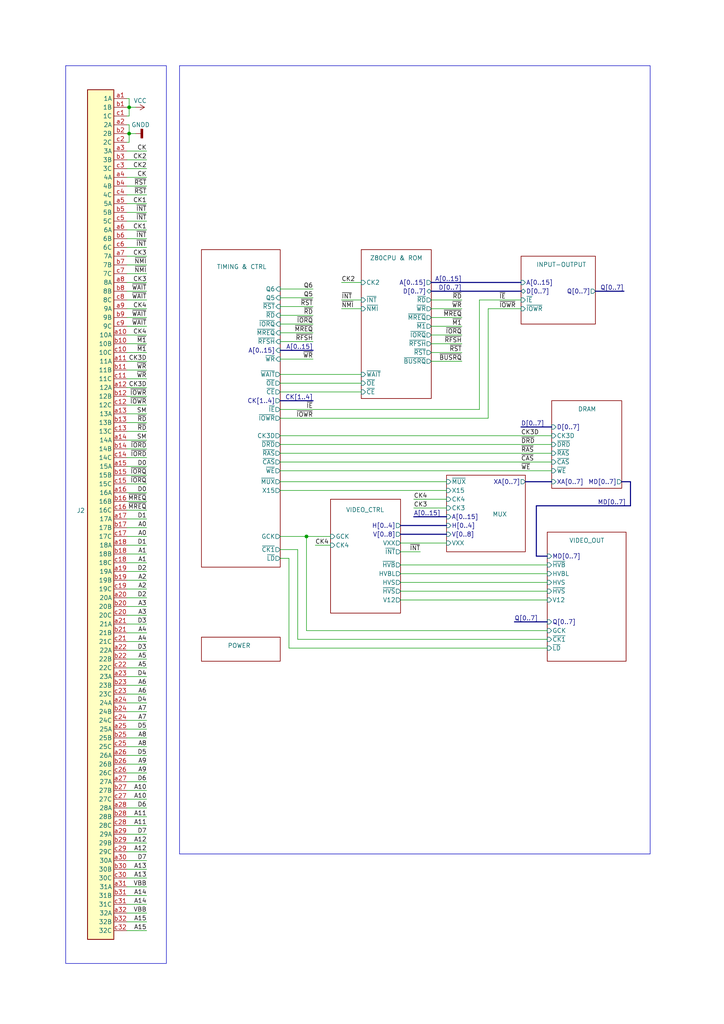
<source format=kicad_sch>
(kicad_sch (version 20231120) (generator "eeschema") (generator_version "8.0")
  (paper "A4" portrait)
  (title_block (title "Turbo Spectrum ( CoBra 2 ) ") (company "© 2022 The Cismas Foundation"))
  (lib_symbols
    (symbol "Cobra_original:C96ABC-conn_edited"
      (property "Reference" "J2" (at 4.572 2.4384 0))
      (symbol "C96ABC-conn_edited_0_1"
        (rectangle (start -3.81 124.46) (end 3.81 -121.92) (stroke (width 0.254)) (fill (type background)))
      )
      (symbol "C96ABC-conn_edited_1_1"
        (pin passive line (at -7.62 121.92 0) (length 3.81) (name "1A") (number "a1"))
        (pin passive line (at -7.62 53.34 0) (length 3.81) (name "10A") (number "a10"))
        (pin passive line (at -7.62 45.72 0) (length 3.81) (name "11A") (number "a11"))
        (pin passive line (at -7.62 38.1 0) (length 3.81) (name "12A") (number "a12"))
        (pin passive line (at -7.62 30.48 0) (length 3.81) (name "13A") (number "a13"))
        (pin passive line (at -7.62 22.86 0) (length 3.81) (name "14A") (number "a14"))
        (pin passive line (at -7.62 15.24 0) (length 3.81) (name "15A") (number "a15"))
        (pin passive line (at -7.62 7.62 0) (length 3.81) (name "16A") (number "a16"))
        (pin passive line (at -7.62 0 0) (length 3.81) (name "17A") (number "a17"))
        (pin passive line (at -7.62 -7.62 0) (length 3.81) (name "18A") (number "a18"))
        (pin passive line (at -7.62 -15.24 0) (length 3.81) (name "19A") (number "a19"))
        (pin passive line (at -7.62 114.3 0) (length 3.81) (name "2A") (number "a2"))
        (pin passive line (at -7.62 -22.86 0) (length 3.81) (name "20A") (number "a20"))
        (pin passive line (at -7.62 -30.48 0) (length 3.81) (name "21A") (number "a21"))
        (pin passive line (at -7.62 -38.1 0) (length 3.81) (name "22A") (number "a22"))
        (pin passive line (at -7.62 -45.72 0) (length 3.81) (name "23A") (number "a23"))
        (pin passive line (at -7.62 -53.34 0) (length 3.81) (name "24A") (number "a24"))
        (pin passive line (at -7.62 -60.96 0) (length 3.81) (name "25A") (number "a25"))
        (pin passive line (at -7.62 -68.58 0) (length 3.81) (name "26A") (number "a26"))
        (pin passive line (at -7.62 -76.2 0) (length 3.81) (name "27A") (number "a27"))
        (pin passive line (at -7.62 -83.82 0) (length 3.81) (name "28A") (number "a28"))
        (pin passive line (at -7.62 -91.44 0) (length 3.81) (name "29A") (number "a29"))
        (pin passive line (at -7.62 106.68 0) (length 3.81) (name "3A") (number "a3"))
        (pin passive line (at -7.62 -99.06 0) (length 3.81) (name "30A") (number "a30"))
        (pin passive line (at -7.62 -106.68 0) (length 3.81) (name "31A") (number "a31"))
        (pin passive line (at -7.62 -114.3 0) (length 3.81) (name "32A") (number "a32"))
        (pin passive line (at -7.62 99.06 0) (length 3.81) (name "4A") (number "a4"))
        (pin passive line (at -7.62 91.44 0) (length 3.81) (name "5A") (number "a5"))
        (pin passive line (at -7.62 83.82 0) (length 3.81) (name "6A") (number "a6"))
        (pin passive line (at -7.62 76.2 0) (length 3.81) (name "7A") (number "a7"))
        (pin passive line (at -7.62 68.58 0) (length 3.81) (name "8A") (number "a8"))
        (pin passive line (at -7.62 60.96 0) (length 3.81) (name "9A") (number "a9"))
        (pin passive line (at -7.62 119.38 0) (length 3.81) (name "1B") (number "b1"))
        (pin passive line (at -7.62 50.8 0) (length 3.81) (name "10B") (number "b10"))
        (pin passive line (at -7.62 43.18 0) (length 3.81) (name "11B") (number "b11"))
        (pin passive line (at -7.62 35.56 0) (length 3.81) (name "12B") (number "b12"))
        (pin passive line (at -7.62 27.94 0) (length 3.81) (name "13B") (number "b13"))
        (pin passive line (at -7.62 20.32 0) (length 3.81) (name "14B") (number "b14"))
        (pin passive line (at -7.62 12.7 0) (length 3.81) (name "15B") (number "b15"))
        (pin passive line (at -7.62 5.08 0) (length 3.81) (name "16B") (number "b16"))
        (pin passive line (at -7.62 -2.54 0) (length 3.81) (name "17B") (number "b17"))
        (pin passive line (at -7.62 -10.16 0) (length 3.81) (name "18B") (number "b18"))
        (pin passive line (at -7.62 -17.78 0) (length 3.81) (name "19B") (number "b19"))
        (pin passive line (at -7.62 111.76 0) (length 3.81) (name "2B") (number "b2"))
        (pin passive line (at -7.62 -25.4 0) (length 3.81) (name "20B") (number "b20"))
        (pin passive line (at -7.62 -33.02 0) (length 3.81) (name "21B") (number "b21"))
        (pin passive line (at -7.62 -40.64 0) (length 3.81) (name "22B") (number "b22"))
        (pin passive line (at -7.62 -48.26 0) (length 3.81) (name "23B") (number "b23"))
        (pin passive line (at -7.62 -55.88 0) (length 3.81) (name "24B") (number "b24"))
        (pin passive line (at -7.62 -63.5 0) (length 3.81) (name "25B") (number "b25"))
        (pin passive line (at -7.62 -71.12 0) (length 3.81) (name "26B") (number "b26"))
        (pin passive line (at -7.62 -78.74 0) (length 3.81) (name "27B") (number "b27"))
        (pin passive line (at -7.62 -86.36 0) (length 3.81) (name "28B") (number "b28"))
        (pin passive line (at -7.62 -93.98 0) (length 3.81) (name "29B") (number "b29"))
        (pin passive line (at -7.62 104.14 0) (length 3.81) (name "3B") (number "b3"))
        (pin passive line (at -7.62 -101.6 0) (length 3.81) (name "30B") (number "b30"))
        (pin passive line (at -7.62 -109.22 0) (length 3.81) (name "31B") (number "b31"))
        (pin passive line (at -7.62 -116.84 0) (length 3.81) (name "32B") (number "b32"))
        (pin passive line (at -7.62 96.52 0) (length 3.81) (name "4B") (number "b4"))
        (pin passive line (at -7.62 88.9 0) (length 3.81) (name "5B") (number "b5"))
        (pin passive line (at -7.62 81.28 0) (length 3.81) (name "6B") (number "b6"))
        (pin passive line (at -7.62 73.66 0) (length 3.81) (name "7B") (number "b7"))
        (pin passive line (at -7.62 66.04 0) (length 3.81) (name "8B") (number "b8"))
        (pin passive line (at -7.62 58.42 0) (length 3.81) (name "9B") (number "b9"))
        (pin passive line (at -7.62 116.84 0) (length 3.81) (name "1C") (number "c1"))
        (pin passive line (at -7.62 48.26 0) (length 3.81) (name "10C") (number "c10"))
        (pin passive line (at -7.62 40.64 0) (length 3.81) (name "11C") (number "c11"))
        (pin passive line (at -7.62 33.02 0) (length 3.81) (name "12C") (number "c12"))
        (pin passive line (at -7.62 25.4 0) (length 3.81) (name "13C") (number "c13"))
        (pin passive line (at -7.62 17.78 0) (length 3.81) (name "14C") (number "c14"))
        (pin passive line (at -7.62 10.16 0) (length 3.81) (name "15C") (number "c15"))
        (pin passive line (at -7.62 2.54 0) (length 3.81) (name "16C") (number "c16"))
        (pin passive line (at -7.62 -5.08 0) (length 3.81) (name "17C") (number "c17"))
        (pin passive line (at -7.62 -12.7 0) (length 3.81) (name "18C") (number "c18"))
        (pin passive line (at -7.62 -20.32 0) (length 3.81) (name "19C") (number "c19"))
        (pin passive line (at -7.62 109.22 0) (length 3.81) (name "2C") (number "c2"))
        (pin passive line (at -7.62 -27.94 0) (length 3.81) (name "20C") (number "c20"))
        (pin passive line (at -7.62 -35.56 0) (length 3.81) (name "21C") (number "c21"))
        (pin passive line (at -7.62 -43.18 0) (length 3.81) (name "22C") (number "c22"))
        (pin passive line (at -7.62 -50.8 0) (length 3.81) (name "23C") (number "c23"))
        (pin passive line (at -7.62 -58.42 0) (length 3.81) (name "24C") (number "c24"))
        (pin passive line (at -7.62 -66.04 0) (length 3.81) (name "25C") (number "c25"))
        (pin passive line (at -7.62 -73.66 0) (length 3.81) (name "26C") (number "c26"))
        (pin passive line (at -7.62 -81.28 0) (length 3.81) (name "27C") (number "c27"))
        (pin passive line (at -7.62 -88.9 0) (length 3.81) (name "28C") (number "c28"))
        (pin passive line (at -7.62 -96.52 0) (length 3.81) (name "29C") (number "c29"))
        (pin passive line (at -7.62 101.6 0) (length 3.81) (name "3C") (number "c3"))
        (pin passive line (at -7.62 -104.14 0) (length 3.81) (name "30C") (number "c30"))
        (pin passive line (at -7.62 -111.76 0) (length 3.81) (name "31C") (number "c31"))
        (pin passive line (at -7.62 -119.38 0) (length 3.81) (name "32C") (number "c32"))
        (pin passive line (at -7.62 93.98 0) (length 3.81) (name "4C") (number "c4"))
        (pin passive line (at -7.62 86.36 0) (length 3.81) (name "5C") (number "c5"))
        (pin passive line (at -7.62 78.74 0) (length 3.81) (name "6C") (number "c6"))
        (pin passive line (at -7.62 71.12 0) (length 3.81) (name "7C") (number "c7"))
        (pin passive line (at -7.62 63.5 0) (length 3.81) (name "8C") (number "c8"))
        (pin passive line (at -7.62 55.88 0) (length 3.81) (name "9C") (number "c9"))
      )
    )
    (symbol "power:GNDD" (power) (pin_numbers hide) (pin_names (offset 0) hide)
      (property "Value" "GNDD" (at 0 -3.175 0))
      (symbol "GNDD_0_1"
        (rectangle (start -1.27 -1.524) (end 1.27 -2.032) (stroke (width 0.254)) (fill (type outline)))
        (polyline (pts (xy 0 0) (xy 0 -1.524)))
      )
      (symbol "GNDD_1_1"
        (pin power_in line (at 0 0 270) (length 0) (name "~") (number "1"))
      )
    )
    (symbol "power:VCC" (power) (pin_numbers hide) (pin_names (offset 0) hide)
      (property "Value" "VCC" (at 0 3.556 0))
      (symbol "VCC_0_1"
        (polyline (pts (xy -0.762 1.27) (xy 0 2.54)))
        (polyline (pts (xy 0 0) (xy 0 2.54)))
        (polyline (pts (xy 0 2.54) (xy 0.762 1.27)))
      )
      (symbol "VCC_1_1"
        (pin power_in line (at 0 0 90) (length 0) (name "~") (number "1"))
      )
    )
  )
  (junction (at 88.9 155.575))
  (junction (at 37.465 38.735))
  (junction (at 37.465 31.115))
  (wire (pts (xy 36.83 102.235) (xy 42.545 102.235)))
  (wire (pts (xy 36.83 208.915) (xy 42.545 208.915)))
  (wire (pts (xy 36.83 92.075) (xy 42.545 92.075)))
  (wire (pts (xy 125.095 104.775) (xy 133.985 104.775)))
  (wire (pts (xy 36.83 234.315) (xy 42.545 234.315)))
  (wire (pts (xy 36.83 142.875) (xy 42.545 142.875)))
  (bus (pts (xy 116.205 152.4) (xy 129.54 152.4)))
  (wire (pts (xy 36.83 89.535) (xy 42.545 89.535)))
  (wire (pts (xy 36.83 48.895) (xy 42.545 48.895)))
  (wire (pts (xy 86.36 185.42) (xy 158.75 185.42)))
  (wire (pts (xy 125.095 89.535) (xy 133.985 89.535)))
  (wire (pts (xy 36.83 201.295) (xy 42.545 201.295)))
  (wire (pts (xy 37.465 38.735) (xy 37.465 41.275)))
  (wire (pts (xy 36.83 104.775) (xy 42.545 104.775)))
  (wire (pts (xy 36.83 145.415) (xy 42.545 145.415)))
  (wire (pts (xy 36.83 193.675) (xy 42.545 193.675)))
  (wire (pts (xy 83.82 187.96) (xy 158.75 187.96)))
  (wire (pts (xy 81.28 136.525) (xy 160.02 136.525)))
  (wire (pts (xy 36.83 76.835) (xy 42.545 76.835)))
  (wire (pts (xy 36.83 112.395) (xy 42.545 112.395)))
  (wire (pts (xy 37.465 31.115) (xy 37.465 33.655)))
  (wire (pts (xy 36.83 196.215) (xy 42.545 196.215)))
  (wire (pts (xy 36.83 213.995) (xy 42.545 213.995)))
  (wire (pts (xy 158.75 182.88) (xy 88.9 182.88)))
  (wire (pts (xy 36.83 84.455) (xy 42.545 84.455)))
  (wire (pts (xy 36.83 165.735) (xy 42.545 165.735)))
  (wire (pts (xy 36.83 135.255) (xy 42.545 135.255)))
  (wire (pts (xy 90.805 83.82) (xy 81.28 83.82)))
  (wire (pts (xy 125.095 97.155) (xy 133.985 97.155)))
  (wire (pts (xy 36.83 231.775) (xy 42.545 231.775)))
  (wire (pts (xy 36.83 107.315) (xy 42.545 107.315)))
  (wire (pts (xy 36.83 31.115) (xy 37.465 31.115)))
  (wire (pts (xy 81.28 139.7) (xy 129.54 139.7)))
  (bus (pts (xy 149.225 180.34) (xy 158.75 180.34)))
  (wire (pts (xy 36.83 43.815) (xy 42.545 43.815)))
  (wire (pts (xy 99.06 81.915) (xy 104.775 81.915)))
  (wire (pts (xy 37.465 38.735) (xy 37.465 36.195)))
  (wire (pts (xy 36.83 38.735) (xy 37.465 38.735)))
  (wire (pts (xy 120.015 147.32) (xy 129.54 147.32)))
  (wire (pts (xy 36.83 64.135) (xy 42.545 64.135)))
  (wire (pts (xy 36.83 140.335) (xy 42.545 140.335)))
  (wire (pts (xy 36.83 122.555) (xy 42.545 122.555)))
  (wire (pts (xy 125.095 102.235) (xy 133.985 102.235)))
  (wire (pts (xy 36.83 236.855) (xy 42.545 236.855)))
  (bus (pts (xy 151.13 123.825) (xy 160.02 123.825)))
  (wire (pts (xy 36.83 216.535) (xy 42.545 216.535)))
  (wire (pts (xy 81.28 142.24) (xy 129.54 142.24)))
  (wire (pts (xy 81.28 126.365) (xy 160.02 126.365)))
  (wire (pts (xy 36.83 125.095) (xy 42.545 125.095)))
  (wire (pts (xy 36.83 81.915) (xy 42.545 81.915)))
  (wire (pts (xy 116.205 168.91) (xy 158.75 168.91)))
  (wire (pts (xy 141.605 89.535) (xy 151.13 89.535)))
  (wire (pts (xy 36.83 203.835) (xy 42.545 203.835)))
  (wire (pts (xy 91.44 158.115) (xy 95.885 158.115)))
  (wire (pts (xy 36.83 269.875) (xy 42.545 269.875)))
  (wire (pts (xy 37.465 36.195) (xy 36.83 36.195)))
  (wire (pts (xy 36.83 191.135) (xy 42.545 191.135)))
  (wire (pts (xy 36.83 109.855) (xy 42.545 109.855)))
  (wire (pts (xy 37.465 31.115) (xy 39.37 31.115)))
  (wire (pts (xy 90.805 91.44) (xy 81.28 91.44)))
  (wire (pts (xy 81.28 133.985) (xy 160.02 133.985)))
  (wire (pts (xy 36.83 170.815) (xy 42.545 170.815)))
  (wire (pts (xy 36.83 127.635) (xy 42.545 127.635)))
  (wire (pts (xy 36.83 254.635) (xy 42.545 254.635)))
  (wire (pts (xy 36.83 69.215) (xy 42.545 69.215)))
  (wire (pts (xy 86.36 159.385) (xy 86.36 185.42)))
  (wire (pts (xy 125.095 99.695) (xy 133.985 99.695)))
  (wire (pts (xy 116.205 173.99) (xy 158.75 173.99)))
  (wire (pts (xy 37.465 28.575) (xy 36.83 28.575)))
  (wire (pts (xy 36.83 158.115) (xy 42.545 158.115)))
  (wire (pts (xy 36.83 226.695) (xy 42.545 226.695)))
  (wire (pts (xy 36.83 186.055) (xy 42.545 186.055)))
  (wire (pts (xy 36.83 259.715) (xy 42.545 259.715)))
  (wire (pts (xy 36.83 211.455) (xy 42.545 211.455)))
  (wire (pts (xy 36.83 147.955) (xy 42.545 147.955)))
  (bus (pts (xy 155.575 146.685) (xy 182.88 146.685)))
  (bus (pts (xy 116.205 154.94) (xy 129.54 154.94)))
  (bus (pts (xy 120.015 149.86) (xy 129.54 149.86)))
  (wire (pts (xy 36.83 59.055) (xy 42.545 59.055)))
  (wire (pts (xy 81.28 108.585) (xy 104.775 108.585)))
  (wire (pts (xy 36.83 175.895) (xy 42.545 175.895)))
  (wire (pts (xy 90.805 99.06) (xy 81.28 99.06)))
  (wire (pts (xy 36.83 257.175) (xy 42.545 257.175)))
  (wire (pts (xy 36.83 51.435) (xy 42.545 51.435)))
  (bus (pts (xy 158.75 161.29) (xy 155.575 161.29)))
  (wire (pts (xy 81.28 118.745) (xy 139.065 118.745)))
  (wire (pts (xy 36.83 155.575) (xy 42.545 155.575)))
  (wire (pts (xy 141.605 89.535) (xy 141.605 121.285)))
  (wire (pts (xy 36.83 160.655) (xy 42.545 160.655)))
  (wire (pts (xy 36.83 264.795) (xy 42.545 264.795)))
  (wire (pts (xy 116.205 163.83) (xy 158.75 163.83)))
  (bus (pts (xy 81.28 116.205) (xy 90.805 116.205)))
  (wire (pts (xy 116.205 166.37) (xy 158.75 166.37)))
  (bus (pts (xy 155.575 161.29) (xy 155.575 146.685)))
  (wire (pts (xy 36.83 224.155) (xy 42.545 224.155)))
  (wire (pts (xy 36.83 150.495) (xy 42.545 150.495)))
  (wire (pts (xy 36.83 178.435) (xy 42.545 178.435)))
  (bus (pts (xy 172.72 84.455) (xy 180.975 84.455)))
  (wire (pts (xy 36.83 247.015) (xy 42.545 247.015)))
  (wire (pts (xy 116.205 157.48) (xy 129.54 157.48)))
  (wire (pts (xy 36.83 117.475) (xy 42.545 117.475)))
  (bus (pts (xy 152.4 139.7) (xy 160.02 139.7)))
  (wire (pts (xy 36.83 239.395) (xy 42.545 239.395)))
  (wire (pts (xy 36.83 206.375) (xy 42.545 206.375)))
  (wire (pts (xy 99.06 89.535) (xy 104.775 89.535)))
  (wire (pts (xy 36.83 46.355) (xy 42.545 46.355)))
  (wire (pts (xy 36.83 114.935) (xy 42.545 114.935)))
  (wire (pts (xy 37.465 41.275) (xy 36.83 41.275)))
  (wire (pts (xy 81.28 128.905) (xy 160.02 128.905)))
  (wire (pts (xy 90.805 93.98) (xy 81.28 93.98)))
  (bus (pts (xy 125.095 81.915) (xy 151.13 81.915)))
  (wire (pts (xy 36.83 262.255) (xy 42.545 262.255)))
  (wire (pts (xy 36.83 86.995) (xy 42.545 86.995)))
  (wire (pts (xy 81.28 111.125) (xy 104.775 111.125)))
  (wire (pts (xy 125.095 94.615) (xy 133.985 94.615)))
  (wire (pts (xy 88.9 155.575) (xy 95.885 155.575)))
  (wire (pts (xy 116.205 171.45) (xy 158.75 171.45)))
  (wire (pts (xy 36.83 120.015) (xy 42.545 120.015)))
  (wire (pts (xy 36.83 79.375) (xy 42.545 79.375)))
  (wire (pts (xy 90.805 88.9) (xy 81.28 88.9)))
  (wire (pts (xy 90.805 96.52) (xy 81.28 96.52)))
  (wire (pts (xy 36.83 132.715) (xy 42.545 132.715)))
  (bus (pts (xy 182.88 146.685) (xy 182.88 139.7)))
  (wire (pts (xy 36.83 71.755) (xy 42.545 71.755)))
  (bus (pts (xy 125.095 84.455) (xy 151.13 84.455)))
  (wire (pts (xy 36.83 183.515) (xy 42.545 183.515)))
  (wire (pts (xy 81.28 155.575) (xy 88.9 155.575)))
  (wire (pts (xy 36.83 56.515) (xy 42.545 56.515)))
  (wire (pts (xy 37.465 31.115) (xy 37.465 28.575)))
  (wire (pts (xy 36.83 173.355) (xy 42.545 173.355)))
  (wire (pts (xy 37.465 38.735) (xy 39.37 38.735)))
  (wire (pts (xy 36.83 219.075) (xy 42.545 219.075)))
  (wire (pts (xy 81.28 159.385) (xy 86.36 159.385)))
  (wire (pts (xy 139.065 86.995) (xy 151.13 86.995)))
  (wire (pts (xy 36.83 130.175) (xy 42.545 130.175)))
  (wire (pts (xy 36.83 53.975) (xy 42.545 53.975)))
  (wire (pts (xy 88.9 182.88) (xy 88.9 155.575)))
  (wire (pts (xy 125.095 92.075) (xy 133.985 92.075)))
  (wire (pts (xy 36.83 66.675) (xy 42.545 66.675)))
  (wire (pts (xy 36.83 94.615) (xy 42.545 94.615)))
  (wire (pts (xy 99.06 86.995) (xy 104.775 86.995)))
  (wire (pts (xy 36.83 180.975) (xy 42.545 180.975)))
  (wire (pts (xy 81.28 131.445) (xy 160.02 131.445)))
  (wire (pts (xy 125.095 86.995) (xy 133.985 86.995)))
  (wire (pts (xy 36.83 229.235) (xy 42.545 229.235)))
  (wire (pts (xy 90.805 104.14) (xy 81.28 104.14)))
  (wire (pts (xy 81.28 121.285) (xy 141.605 121.285)))
  (wire (pts (xy 36.83 188.595) (xy 42.545 188.595)))
  (wire (pts (xy 139.065 118.745) (xy 139.065 86.995)))
  (wire (pts (xy 36.83 252.095) (xy 42.545 252.095)))
  (wire (pts (xy 81.28 113.665) (xy 104.775 113.665)))
  (wire (pts (xy 36.83 267.335) (xy 42.545 267.335)))
  (bus (pts (xy 90.805 101.6) (xy 81.28 101.6)))
  (wire (pts (xy 36.83 99.695) (xy 42.545 99.695)))
  (wire (pts (xy 36.83 249.555) (xy 42.545 249.555)))
  (bus (pts (xy 180.34 139.7) (xy 182.88 139.7)))
  (wire (pts (xy 83.82 161.925) (xy 83.82 187.96)))
  (wire (pts (xy 37.465 33.655) (xy 36.83 33.655)))
  (wire (pts (xy 36.83 153.035) (xy 42.545 153.035)))
  (wire (pts (xy 116.205 160.02) (xy 121.92 160.02)))
  (wire (pts (xy 36.83 97.155) (xy 42.545 97.155)))
  (wire (pts (xy 36.83 61.595) (xy 42.545 61.595)))
  (wire (pts (xy 90.805 86.36) (xy 81.28 86.36)))
  (wire (pts (xy 36.83 74.295) (xy 42.545 74.295)))
  (wire (pts (xy 81.28 161.925) (xy 83.82 161.925)))
  (wire (pts (xy 36.83 163.195) (xy 42.545 163.195)))
  (wire (pts (xy 36.83 137.795) (xy 42.545 137.795)))
  (wire (pts (xy 36.83 221.615) (xy 42.545 221.615)))
  (wire (pts (xy 120.015 144.78) (xy 129.54 144.78)))
  (wire (pts (xy 36.83 244.475) (xy 42.545 244.475)))
  (wire (pts (xy 36.83 198.755) (xy 42.545 198.755)))
  (wire (pts (xy 36.83 168.275) (xy 42.545 168.275)))
  (wire (pts (xy 36.83 241.935) (xy 42.545 241.935)))
  (rectangle (start 52.07 19.05) (end 188.595 247.65))
  (rectangle (start 19.05 19.05) (end 48.26 279.4))
  (label "~{RFSH}" (at 90.805 99.06 180))
  (label "A10" (at 42.545 231.775 180))
  (label "D3" (at 42.545 188.595 180))
  (label "~{WAIT}" (at 42.545 92.075 180))
  (label "~{INT}" (at 99.06 86.995 0))
  (label "A[0..15]" (at 90.805 101.6 180))
  (label "~{MREQ}" (at 42.545 147.955 180))
  (label "~{IORD}" (at 42.545 130.175 180))
  (label "D4" (at 42.545 196.215 180))
  (label "~{RST}" (at 42.545 56.515 180))
  (label "~{RAS}" (at 151.13 131.445 0))
  (label "A3" (at 42.545 175.895 180))
  (label "A[0..15]" (at 120.015 149.86 0))
  (label "A1" (at 42.545 160.655 180))
  (label "A0" (at 42.545 153.035 180))
  (label "A7" (at 42.545 208.915 180))
  (label "~{WAIT}" (at 42.545 86.995 180))
  (label "VBB" (at 42.545 264.795 180))
  (label "D[0..7]" (at 151.13 123.825 0))
  (label "~{RD}" (at 133.985 86.995 180))
  (label "~{WR}" (at 133.985 89.535 180))
  (label "~{MREQ}" (at 90.805 96.52 180))
  (label "D2" (at 42.545 173.355 180))
  (label "A8" (at 42.545 216.535 180))
  (label "~{NMI}" (at 42.545 79.375 180))
  (label "~{INT}" (at 42.545 71.755 180))
  (label "~{RD}" (at 90.805 91.44 180))
  (label "CK3" (at 42.545 74.295 180))
  (label "CK1" (at 42.545 59.055 180))
  (label "~{INT}" (at 42.545 69.215 180))
  (label "~{WAIT}" (at 42.545 94.615 180))
  (label "SM" (at 42.545 127.635 180))
  (label "~{IORD}" (at 42.545 132.715 180))
  (label "~{RST}" (at 90.805 88.9 180))
  (label "A7" (at 42.545 206.375 180))
  (label "D5" (at 42.545 219.075 180))
  (label "~{NMI}" (at 42.545 76.835 180))
  (label "CK3" (at 42.545 81.915 180))
  (label "Q5" (at 90.805 86.36 180))
  (label "~{IE}" (at 144.78 86.995 0))
  (label "~{IOWR}" (at 42.545 114.935 180))
  (label "CK4" (at 91.44 158.115 0))
  (label "A6" (at 42.545 198.755 180))
  (label "CK[1..4]" (at 90.805 116.205 180))
  (label "~{DRD}" (at 151.13 128.905 0))
  (label "CK3D" (at 42.545 112.395 180))
  (label "A11" (at 42.545 239.395 180))
  (label "SM" (at 42.545 120.015 180))
  (label "CK2" (at 42.545 46.355 180))
  (label "D5" (at 42.545 211.455 180))
  (label "~{WAIT}" (at 42.545 84.455 180))
  (label "A5" (at 42.545 193.675 180))
  (label "~{M1}" (at 133.985 94.615 180))
  (label "A14" (at 42.545 259.715 180))
  (label "~{INT}" (at 42.545 61.595 180))
  (label "D[0..7]" (at 133.985 84.455 180))
  (label "~{WR}" (at 42.545 109.855 180))
  (label "~{IOWR}" (at 90.805 121.285 180))
  (label "~{MREQ}" (at 133.985 92.075 180))
  (label "A13" (at 42.545 254.635 180))
  (label "~{WR}" (at 42.545 107.315 180))
  (label "D0" (at 42.545 142.875 180))
  (label "~{RST}" (at 133.985 102.235 180))
  (label "Q6" (at 90.805 83.82 180))
  (label "~{RST}" (at 42.545 53.975 180))
  (label "A9" (at 42.545 224.155 180))
  (label "~{INT}" (at 42.545 64.135 180))
  (label "~{IORQ}" (at 133.985 97.155 180))
  (label "A0" (at 42.545 155.575 180))
  (label "~{RFSH}" (at 133.985 99.695 180))
  (label "A8" (at 42.545 213.995 180))
  (label "D3" (at 42.545 180.975 180))
  (label "~{IOWR}" (at 42.545 117.475 180))
  (label "~{IORQ}" (at 90.805 93.98 180))
  (label "D0" (at 42.545 135.255 180))
  (label "A4" (at 42.545 183.515 180))
  (label "D6" (at 42.545 226.695 180))
  (label "A15" (at 42.545 267.335 180))
  (label "A12" (at 42.545 244.475 180))
  (label "CK2" (at 99.06 81.915 0))
  (label "D2" (at 42.545 165.735 180))
  (label "A4" (at 42.545 186.055 180))
  (label "D1" (at 42.545 150.495 180))
  (label "D6" (at 42.545 234.315 180))
  (label "~{RD}" (at 42.545 122.555 180))
  (label "~{NMI}" (at 99.06 89.535 0))
  (label "CK1" (at 42.545 66.675 180))
  (label "VBB" (at 42.545 257.175 180))
  (label "A6" (at 42.545 201.295 180))
  (label "CK" (at 42.545 51.435 180))
  (label "~{WE}" (at 151.13 136.525 0))
  (label "~{INT}" (at 121.92 160.02 180))
  (label "~{IOWR}" (at 144.78 89.535 0))
  (label "~{M1}" (at 42.545 99.695 180))
  (label "CK4" (at 120.015 144.78 0))
  (label "~{RD}" (at 42.545 125.095 180))
  (label "CK3D" (at 151.13 126.365 0))
  (label "Q[0..7]" (at 149.225 180.34 0))
  (label "~{M1}" (at 42.545 102.235 180))
  (label "D7" (at 42.545 249.555 180))
  (label "A15" (at 42.545 269.875 180))
  (label "A2" (at 42.545 170.815 180))
  (label "A2" (at 42.545 168.275 180))
  (label "D4" (at 42.545 203.835 180))
  (label "~{IE}" (at 90.805 118.745 180))
  (label "~{WR}" (at 90.805 104.14 180))
  (label "A9" (at 42.545 221.615 180))
  (label "A3" (at 42.545 178.435 180))
  (label "CK3D" (at 42.545 104.775 180))
  (label "CK" (at 42.545 43.815 180))
  (label "A14" (at 42.545 262.255 180))
  (label "~{IORQ}" (at 42.545 140.335 180))
  (label "A12" (at 42.545 247.015 180))
  (label "~{IORQ}" (at 42.545 137.795 180))
  (label "CK2" (at 42.545 48.895 180))
  (label "A5" (at 42.545 191.135 180))
  (label "~{BUSRQ}" (at 133.985 104.775 180))
  (label "CK4" (at 42.545 89.535 180))
  (label "Q[0..7]" (at 180.975 84.455 180))
  (label "A11" (at 42.545 236.855 180))
  (label "~{MREQ}" (at 42.545 145.415 180))
  (label "A13" (at 42.545 252.095 180))
  (label "A10" (at 42.545 229.235 180))
  (label "CK4" (at 42.545 97.155 180))
  (label "CK3" (at 120.015 147.32 0))
  (label "D7" (at 42.545 241.935 180))
  (label "A1" (at 42.545 163.195 180))
  (label "~{CAS}" (at 151.13 133.985 0))
  (label "A[0..15]" (at 133.985 81.915 180))
  (label "D1" (at 42.545 158.115 180))
  (label "MD[0..7]" (at 181.61 146.685 180))
  (symbol (lib_id "power:VCC") (at 39.37 31.115 270) (unit 1)
    (property "Reference" "#PWR0151" (effects (hide yes)))
    (property "Value" "VCC" (at 38.735 29.21 90) (effects (justify left)))
    (property "Description" "Power symbol creates a global label with name \"VCC\"" (effects (hide yes)))
  )
  (symbol (lib_id "Cobra_original:C96ABC-conn_edited") (at 29.21 150.495 0) (mirror y) (unit 1)
    (property "Reference" "J2" (at 24.638 148.0566 0) (effects (justify left)))
    (property "Value" "C96ABC" (effects (hide yes)))
    (property "Footprint" "Cobra_original:DIN41612_R_3x32_Male_Horizontal_THT" (effects (hide yes)))
  )
  (symbol (lib_id "power:GNDD") (at 39.37 38.735 90) (unit 1)
    (property "Reference" "#PWR0152" (effects (hide yes)))
    (property "Value" "GNDD" (at 38.1 36.195 90) (effects (justify right)))
    (property "Description" "Power symbol creates a global label with name \"GNDD\" , digital ground" (effects (hide yes)))
  )
  (sheet (at 58.42 184.785) (size 22.86 6.985) (stroke (width 0.1524))
    (property "Sheetname" "POWER" (at 66.04 187.96 0) (effects (justify left bottom)))
    (property "Sheetfile" "power.kicad_sch" (effects (hide yes)))
  )
  (sheet (at 95.885 144.78) (size 20.32 33.02) (stroke (width 0.1524))
    (property "Sheetname" "VIDEO_CTRL" (at 100.33 148.59 0) (effects (justify left bottom)))
    (property "Sheetfile" "video_ctrl.kicad_sch" (effects (hide yes)))
    (pin "CK4" input (at 95.885 158.115 180))
    (pin "H[0..4]" output (at 116.205 152.4 0))
    (pin "GCK" input (at 95.885 155.575 180))
    (pin "V[0..8]" output (at 116.205 154.94 0))
    (pin "VXX" output (at 116.205 157.48 0))
    (pin "~{INT}" output (at 116.205 160.02 0))
    (pin "HVS" output (at 116.205 168.91 0))
    (pin "~{HVB}" output (at 116.205 163.83 0))
    (pin "HVBL" output (at 116.205 166.37 0))
    (pin "~{HVS}" output (at 116.205 171.45 0))
    (pin "V12" output (at 116.205 173.99 0))
  )
  (sheet (at 151.13 74.295) (size 21.59 19.685) (stroke (width 0.1524))
    (property "Sheetname" "INPUT-OUTPUT" (at 155.575 77.47 0) (effects (justify left bottom)))
    (property "Sheetfile" "IO.kicad_sch" (effects (hide yes)))
    (pin "D[0..7]" bidirectional (at 151.13 84.455 180))
    (pin "~{IE}" input (at 151.13 86.995 180))
    (pin "~{IOWR}" input (at 151.13 89.535 180))
    (pin "Q[0..7]" output (at 172.72 84.455 0))
    (pin "A[0..15]" input (at 151.13 81.915 180))
  )
  (sheet (at 158.75 154.305) (size 22.86 37.465) (stroke (width 0.1524))
    (property "Sheetname" "VIDEO_OUT" (at 165.1 157.48 0) (effects (justify left bottom)))
    (property "Sheetfile" "video_out.kicad_sch" (effects (hide yes)))
    (pin "~{LD}" input (at 158.75 187.96 180))
    (pin "MD[0..7]" input (at 158.75 161.29 180))
    (pin "~{CK1}" input (at 158.75 185.42 180))
    (pin "GCK" input (at 158.75 182.88 180))
    (pin "~{HVB}" input (at 158.75 163.83 180))
    (pin "HVBL" input (at 158.75 166.37 180))
    (pin "~{HVS}" input (at 158.75 171.45 180))
    (pin "HVS" input (at 158.75 168.91 180))
    (pin "Q[0..7]" input (at 158.75 180.34 180))
    (pin "V12" input (at 158.75 173.99 180))
  )
  (sheet (at 58.42 72.39) (size 22.86 92.075) (stroke (width 0.1524))
    (property "Sheetname" "TIMING & CTRL" (at 62.865 78.105 0) (effects (justify left bottom)))
    (property "Sheetfile" "timing.kicad_sch" (effects (hide yes)))
    (pin "~{RAS}" output (at 81.28 131.445 0))
    (pin "~{WE}" output (at 81.28 136.525 0))
    (pin "GCK" output (at 81.28 155.575 0))
    (pin "~{WAIT}" output (at 81.28 108.585 0))
    (pin "~{LD}" output (at 81.28 161.925 0))
    (pin "~{MUX}" output (at 81.28 139.7 0))
    (pin "~{CAS}" output (at 81.28 133.985 0))
    (pin "~{DRD}" output (at 81.28 128.905 0))
    (pin "~{OE}" output (at 81.28 111.125 0))
    (pin "~{CK1}" output (at 81.28 159.385 0))
    (pin "~{RFSH}" input (at 81.28 99.06 0))
    (pin "~{MREQ}" input (at 81.28 96.52 0))
    (pin "~{RD}" input (at 81.28 91.44 0))
    (pin "A[0..15]" input (at 81.28 101.6 0))
    (pin "CK3D" output (at 81.28 126.365 0))
    (pin "CK[1..4]" output (at 81.28 116.205 0))
    (pin "~{CE}" output (at 81.28 113.665 0))
    (pin "Q5" input (at 81.28 86.36 0))
    (pin "~{IORQ}" input (at 81.28 93.98 0))
    (pin "Q6" input (at 81.28 83.82 0))
    (pin "~{RST}" input (at 81.28 88.9 0))
    (pin "X15" output (at 81.28 142.24 0))
    (pin "~{IE}" output (at 81.28 118.745 0))
    (pin "~{IOWR}" output (at 81.28 121.285 0))
    (pin "~{WR}" input (at 81.28 104.14 0))
  )
  (sheet (at 104.775 72.39) (size 20.32 43.18) (stroke (width 0.1524))
    (property "Sheetname" "Z80CPU & ROM" (at 107.315 75.565 0) (effects (justify left bottom)))
    (property "Sheetfile" "z80cpu.kicad_sch" (effects (hide yes)))
    (pin "A[0..15]" output (at 125.095 81.915 0))
    (pin "D[0..7]" bidirectional (at 125.095 84.455 0))
    (pin "~{INT}" input (at 104.775 86.995 180))
    (pin "CK2" input (at 104.775 81.915 180))
    (pin "~{RST}" output (at 125.095 102.235 0))
    (pin "~{RD}" output (at 125.095 86.995 0))
    (pin "~{IORQ}" output (at 125.095 97.155 0))
    (pin "~{NMI}" input (at 104.775 89.535 180))
    (pin "~{WAIT}" input (at 104.775 108.585 180))
    (pin "~{RFSH}" output (at 125.095 99.695 0))
    (pin "~{WR}" output (at 125.095 89.535 0))
    (pin "~{MREQ}" output (at 125.095 92.075 0))
    (pin "~{M1}" output (at 125.095 94.615 0))
    (pin "~{BUSRQ}" output (at 125.095 104.775 0))
    (pin "~{CE}" input (at 104.775 113.665 180))
    (pin "~{OE}" input (at 104.775 111.125 180))
  )
  (sheet (at 129.54 137.795) (size 22.86 22.225) (stroke (width 0.1524))
    (property "Sheetname" "MUX" (at 142.875 149.86 0) (effects (justify left bottom)))
    (property "Sheetfile" "mux.kicad_sch" (effects (hide yes)))
    (pin "XA[0..7]" output (at 152.4 139.7 0))
    (pin "CK3" input (at 129.54 147.32 180))
    (pin "X15" input (at 129.54 142.24 180))
    (pin "CK4" input (at 129.54 144.78 180))
    (pin "~{MUX}" input (at 129.54 139.7 180))
    (pin "V[0..8]" input (at 129.54 154.94 180))
    (pin "H[0..4]" input (at 129.54 152.4 180))
    (pin "A[0..15]" input (at 129.54 149.86 180))
    (pin "VXX" input (at 129.54 157.48 180))
  )
  (sheet (at 160.02 116.205) (size 20.32 25.4) (stroke (width 0.1524))
    (property "Sheetname" "DRAM" (at 167.64 119.38 0) (effects (justify left bottom)))
    (property "Sheetfile" "dram.kicad_sch" (effects (hide yes)))
    (pin "~{WE}" input (at 160.02 136.525 180))
    (pin "~{CAS}" input (at 160.02 133.985 180))
    (pin "MD[0..7]" output (at 180.34 139.7 0))
    (pin "XA[0..7]" input (at 160.02 139.7 180))
    (pin "~{RAS}" input (at 160.02 131.445 180))
    (pin "D[0..7]" input (at 160.02 123.825 180))
    (pin "~{DRD}" input (at 160.02 128.905 180))
    (pin "CK3D" input (at 160.02 126.365 180))
  )
)
</source>
